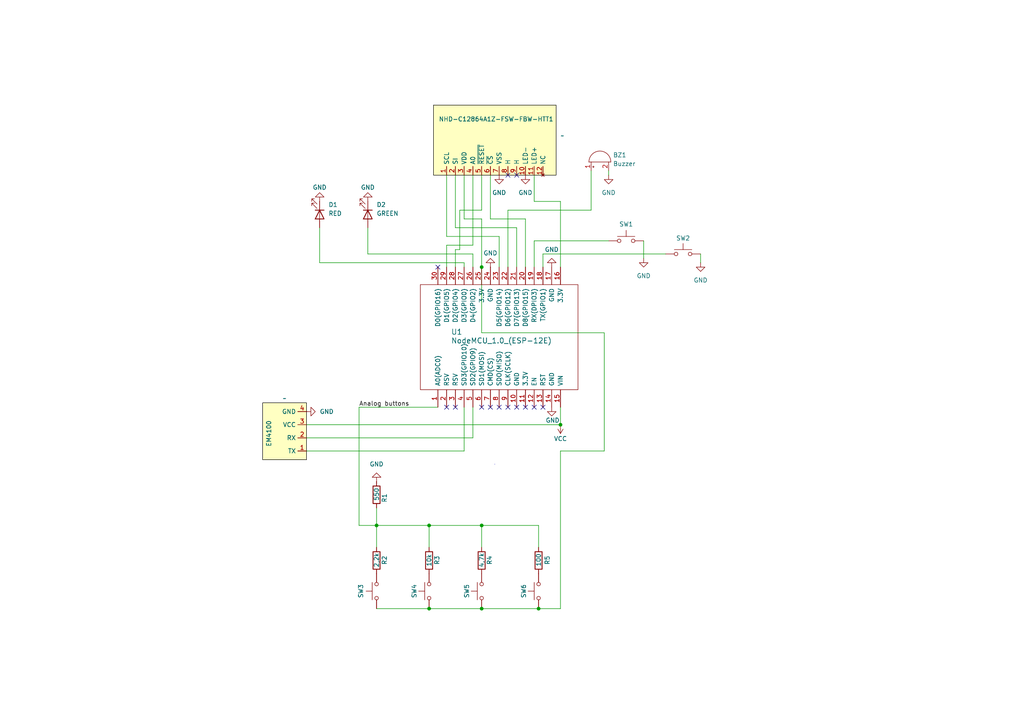
<source format=kicad_sch>
(kicad_sch (version 20231120) (generator "eeschema") (generator_version "8.0")
  (paper "A4")
  (title_block (title "Meeting display") (date "2024-04-22") (rev "0.2") (company "KTH") (comment 2 "gnu.org/licenses/gpl-3.0") (comment 3 "License: GNU v3.0") (comment 4 "Drawn by: Christoffer Franzén"))
  (lib_symbols
    (symbol "Device:Buzzer" (pin_names (offset 0.0254) hide)
      (property "Reference" "BZ" (at 3.81 1.27 0))
      (property "Value" "Buzzer" (at 3.81 -1.27 0))
      (symbol "Buzzer_0_1"
        (arc (start 0 -3.175) (mid 3.1612 0) (end 0 3.175))
        (polyline (pts (xy -1.651 1.905) (xy -1.143 1.905)))
        (polyline (pts (xy -1.397 2.159) (xy -1.397 1.651)))
        (polyline (pts (xy 0 3.175) (xy 0 -3.175)))
      )
      (symbol "Buzzer_1_1"
        (pin passive line (at -2.54 2.54 0) (length 2.54) (name "+") (number "1"))
        (pin passive line (at -2.54 -2.54 0) (length 2.54) (name "-") (number "2"))
      )
    )
    (symbol "Device:LED" (pin_numbers hide) (pin_names (offset 1.016) hide)
      (property "Reference" "D" (at 0 2.54 0))
      (property "Value" "LED" (at 0 -2.54 0))
      (symbol "LED_0_1"
        (polyline (pts (xy -1.27 -1.27) (xy -1.27 1.27)) (stroke (width 0.254)))
        (polyline (pts (xy -1.27 0) (xy 1.27 0)))
        (polyline (pts (xy 1.27 -1.27) (xy 1.27 1.27) (xy -1.27 0) (xy 1.27 -1.27)) (stroke (width 0.254)))
        (polyline (pts (xy -3.048 -0.762) (xy -4.572 -2.286) (xy -3.81 -2.286) (xy -4.572 -2.286) (xy -4.572 -1.524)))
        (polyline (pts (xy -1.778 -0.762) (xy -3.302 -2.286) (xy -2.54 -2.286) (xy -3.302 -2.286) (xy -3.302 -1.524)))
      )
      (symbol "LED_1_1"
        (pin passive line (at -3.81 0 0) (length 2.54) (name "K") (number "1"))
        (pin passive line (at 3.81 0 180) (length 2.54) (name "A") (number "2"))
      )
    )
    (symbol "Device:R" (pin_numbers hide) (pin_names (offset 0))
      (property "Reference" "R" (at 2.032 0 90))
      (property "Value" "R" (at 0 0 90))
      (symbol "R_0_1"
        (rectangle (start -1.016 -2.54) (end 1.016 2.54) (stroke (width 0.254)))
      )
      (symbol "R_1_1"
        (pin passive line (at 0 3.81 270) (length 1.27) (name "~") (number "1"))
        (pin passive line (at 0 -3.81 90) (length 1.27) (name "~") (number "2"))
      )
    )
    (symbol "ESP8266:NodeMCU_1.0_(ESP-12E)" (pin_names (offset 1.016))
      (property "Reference" "U" (at 0 21.59 0))
      (property "Value" "NodeMCU_1.0_(ESP-12E)" (at 0 -21.59 0))
      (symbol "NodeMCU_1.0_(ESP-12E)_0_1"
        (rectangle (start -15.24 -22.86) (end 15.24 22.86))
      )
      (symbol "NodeMCU_1.0_(ESP-12E)_1_1"
        (pin input line (at -20.32 17.78 0) (length 5.08) (name "A0(ADC0)") (number "1"))
        (pin input line (at -20.32 -5.08 0) (length 5.08) (name "GND") (number "10"))
        (pin power_out line (at -20.32 -7.62 0) (length 5.08) (name "3.3V") (number "11"))
        (pin input line (at -20.32 -10.16 0) (length 5.08) (name "EN") (number "12"))
        (pin input line (at -20.32 -12.7 0) (length 5.08) (name "RST") (number "13"))
        (pin power_in line (at -20.32 -15.24 0) (length 5.08) (name "GND") (number "14"))
        (pin power_in line (at -20.32 -17.78 0) (length 5.08) (name "VIN") (number "15"))
        (pin power_out line (at 20.32 -17.78 180) (length 5.08) (name "3.3V") (number "16"))
        (pin power_in line (at 20.32 -15.24 180) (length 5.08) (name "GND") (number "17"))
        (pin bidirectional line (at 20.32 -12.7 180) (length 5.08) (name "TX(GPIO1)") (number "18"))
        (pin bidirectional line (at 20.32 -10.16 180) (length 5.08) (name "RX(DPIO3)") (number "19"))
        (pin input line (at -20.32 15.24 0) (length 5.08) (name "RSV") (number "2"))
        (pin bidirectional line (at 20.32 -7.62 180) (length 5.08) (name "D8(GPIO15)") (number "20"))
        (pin bidirectional line (at 20.32 -5.08 180) (length 5.08) (name "D7(GPIO13)") (number "21"))
        (pin bidirectional line (at 20.32 -2.54 180) (length 5.08) (name "D6(GPIO12)") (number "22"))
        (pin bidirectional line (at 20.32 0 180) (length 5.08) (name "D5(GPIO14)") (number "23"))
        (pin power_in line (at 20.32 2.54 180) (length 5.08) (name "GND") (number "24"))
        (pin power_out line (at 20.32 5.08 180) (length 5.08) (name "3.3V") (number "25"))
        (pin bidirectional line (at 20.32 7.62 180) (length 5.08) (name "D4(GPIO2)") (number "26"))
        (pin bidirectional line (at 20.32 10.16 180) (length 5.08) (name "D3(GPIO0)") (number "27"))
        (pin bidirectional line (at 20.32 12.7 180) (length 5.08) (name "D2(GPIO4)") (number "28"))
        (pin bidirectional line (at 20.32 15.24 180) (length 5.08) (name "D1(GPIO5)") (number "29"))
        (pin input line (at -20.32 12.7 0) (length 5.08) (name "RSV") (number "3"))
        (pin bidirectional line (at 20.32 17.78 180) (length 5.08) (name "D0(GPIO16)") (number "30"))
        (pin bidirectional line (at -20.32 10.16 0) (length 5.08) (name "SD3(GPIO10)") (number "4"))
        (pin bidirectional line (at -20.32 7.62 0) (length 5.08) (name "SD2(GPIO9)") (number "5"))
        (pin bidirectional line (at -20.32 5.08 0) (length 5.08) (name "SD1(MOSI)") (number "6"))
        (pin bidirectional line (at -20.32 2.54 0) (length 5.08) (name "CMD(CS)") (number "7"))
        (pin bidirectional line (at -20.32 0 0) (length 5.08) (name "SDO(MISO)") (number "8"))
        (pin bidirectional line (at -20.32 -2.54 0) (length 5.08) (name "CLK(SCLK)") (number "9"))
      )
    )
    (symbol "NHD_NHD:C12864A1Z-FSW-FBW-HTT"
      (property "Reference" "NHD-C12864A1Z-FSW-FBW-HTT" (at -40.64 73.914 0))
      (symbol "C12864A1Z-FSW-FBW-HTT_1_1"
        (rectangle (start -50.8 71.12) (end -30.48 35.56) (stroke (width 0) (color 0 0 0 1)) (fill (type background)))
        (pin input line (at -50.8 67.31 0) (length 2.54) (name "SCL") (number "1"))
        (pin power_in line (at -50.8 44.45 0) (length 2.54) (name "LED-") (number "10"))
        (pin power_in line (at -50.8 41.91 0) (length 2.54) (name "LED+") (number "11"))
        (pin no_connect line (at -50.8 39.37 0) (length 2.54) (name "NC") (number "12"))
        (pin input line (at -50.8 64.77 0) (length 2.54) (name "SI") (number "2"))
        (pin power_in line (at -50.8 62.23 0) (length 2.54) (name "VDD") (number "3"))
        (pin input line (at -50.8 59.69 0) (length 2.54) (name "A0") (number "4"))
        (pin input line (at -50.8 57.15 0) (length 2.54) (name "~{RESET}") (number "5"))
        (pin input line (at -50.8 54.61 0) (length 2.54) (name "~{CS}") (number "6"))
        (pin power_in line (at -50.8 52.07 0) (length 2.54) (name "VSS") (number "7"))
        (pin power_in line (at -50.8 49.53 0) (length 2.54) (name "H") (number "8"))
        (pin power_in line (at -50.8 46.99 0) (length 2.54) (name "H") (number "9"))
      )
    )
    (symbol "SSG_RFID:125KHz_RFID_Reader_EM4100_Wireless_113020002"
      (property "Reference" "EM4100" (at -0.254 8.89 0))
      (symbol "125KHz_RFID_Reader_EM4100_Wireless_113020002_1_1"
        (rectangle (start -6.35 7.62) (end 6.35 -8.89) (stroke (width 0) (color 0 0 0 1)) (fill (type background)))
        (pin input line (at -6.35 5.08 0) (length 2.54) (name "TX") (number "1"))
        (pin input line (at -6.35 1.27 0) (length 2.54) (name "RX") (number "2"))
        (pin power_in line (at -6.35 -2.54 0) (length 2.54) (name "VCC") (number "3"))
        (pin power_in line (at -6.35 -6.35 0) (length 2.54) (name "GND") (number "4"))
      )
    )
    (symbol "Switch:SW_Push" (pin_numbers hide) (pin_names (offset 1.016) hide)
      (property "Reference" "SW" (at 1.27 2.54 0))
      (property "Value" "SW_Push" (at 0 -1.524 0))
      (symbol "SW_Push_0_1"
        (circle (center -2.032 0) (radius 0.508))
        (polyline (pts (xy 0 1.27) (xy 0 3.048)))
        (polyline (pts (xy 2.54 1.27) (xy -2.54 1.27)))
        (circle (center 2.032 0) (radius 0.508))
        (pin passive line (at -5.08 0 0) (length 2.54) (name "1") (number "1"))
        (pin passive line (at 5.08 0 180) (length 2.54) (name "2") (number "2"))
      )
    )
    (symbol "power:GND" (power) (pin_numbers hide) (pin_names (offset 0) hide)
      (property "Value" "GND" (at 0 -3.81 0))
      (symbol "GND_0_1"
        (polyline (pts (xy 0 0) (xy 0 -1.27) (xy 1.27 -1.27) (xy 0 -2.54) (xy -1.27 -1.27) (xy 0 -1.27)))
      )
      (symbol "GND_1_1"
        (pin power_in line (at 0 0 270) (length 0) (name "~") (number "1"))
      )
    )
    (symbol "power:VCC" (power) (pin_numbers hide) (pin_names (offset 0) hide)
      (property "Value" "VCC" (at 0 3.556 0))
      (symbol "VCC_0_1"
        (polyline (pts (xy -0.762 1.27) (xy 0 2.54)))
        (polyline (pts (xy 0 0) (xy 0 2.54)))
        (polyline (pts (xy 0 2.54) (xy 0.762 1.27)))
      )
      (symbol "VCC_1_1"
        (pin power_in line (at 0 0 90) (length 0) (name "~") (number "1"))
      )
    )
  )
  (junction (at 139.7 152.4))
  (junction (at 124.46 176.53))
  (junction (at 124.46 152.4))
  (junction (at 139.7 176.53))
  (junction (at 156.21 176.53))
  (junction (at 139.7 77.47))
  (junction (at 109.22 152.4))
  (junction (at 162.56 123.19))
  (no_connect (at 154.94 118.11))
  (no_connect (at 152.4 118.11))
  (no_connect (at 147.32 118.11))
  (no_connect (at 127 77.47))
  (no_connect (at 149.86 118.11))
  (no_connect (at 142.24 118.11))
  (no_connect (at 149.86 50.8))
  (no_connect (at 147.32 50.8))
  (no_connect (at 139.7 118.11))
  (no_connect (at 157.48 118.11))
  (no_connect (at 132.08 118.11))
  (no_connect (at 144.78 118.11))
  (no_connect (at 129.54 118.11))
  (wire (pts (xy 162.56 58.42) (xy 154.94 58.42)))
  (wire (pts (xy 106.68 73.66) (xy 137.16 73.66)))
  (wire (pts (xy 162.56 77.47) (xy 162.56 58.42)))
  (wire (pts (xy 156.21 176.53) (xy 162.56 176.53)))
  (wire (pts (xy 134.62 130.81) (xy 88.9 130.81)))
  (wire (pts (xy 142.24 50.8) (xy 142.24 63.5)))
  (wire (pts (xy 149.86 66.04) (xy 149.86 77.47)))
  (wire (pts (xy 133.35 72.39) (xy 132.08 72.39)))
  (wire (pts (xy 154.94 58.42) (xy 154.94 50.8)))
  (wire (pts (xy 147.32 60.96) (xy 171.45 60.96)))
  (wire (pts (xy 162.56 130.81) (xy 175.26 130.81)))
  (wire (pts (xy 134.62 76.2) (xy 92.71 76.2)))
  (wire (pts (xy 137.16 127) (xy 88.9 127)))
  (wire (pts (xy 124.46 176.53) (xy 139.7 176.53)))
  (wire (pts (xy 104.14 152.4) (xy 109.22 152.4)))
  (wire (pts (xy 139.7 63.5) (xy 134.62 63.5)))
  (wire (pts (xy 144.78 68.58) (xy 144.78 77.47)))
  (wire (pts (xy 162.56 123.19) (xy 162.56 118.11)))
  (wire (pts (xy 129.54 71.12) (xy 129.54 77.47)))
  (wire (pts (xy 171.45 60.96) (xy 171.45 49.53)))
  (wire (pts (xy 139.7 50.8) (xy 139.7 60.96)))
  (wire (pts (xy 129.54 50.8) (xy 129.54 68.58)))
  (wire (pts (xy 137.16 73.66) (xy 137.16 77.47)))
  (wire (pts (xy 154.94 77.47) (xy 154.94 69.85)))
  (wire (pts (xy 92.71 76.2) (xy 92.71 66.04)))
  (wire (pts (xy 139.7 152.4) (xy 139.7 158.75)))
  (wire (pts (xy 139.7 60.96) (xy 133.35 60.96)))
  (wire (pts (xy 106.68 66.04) (xy 106.68 73.66)))
  (wire (pts (xy 133.35 60.96) (xy 133.35 72.39)))
  (wire (pts (xy 109.22 152.4) (xy 109.22 158.75)))
  (wire (pts (xy 109.22 147.32) (xy 109.22 152.4)))
  (wire (pts (xy 176.53 49.53) (xy 176.53 50.8)))
  (wire (pts (xy 156.21 152.4) (xy 156.21 158.75)))
  (wire (pts (xy 109.22 152.4) (xy 124.46 152.4)))
  (wire (pts (xy 157.48 73.66) (xy 193.04 73.66)))
  (wire (pts (xy 134.62 50.8) (xy 134.62 63.5)))
  (wire (pts (xy 142.24 63.5) (xy 152.4 63.5)))
  (wire (pts (xy 203.2 73.66) (xy 203.2 76.2)))
  (wire (pts (xy 139.7 96.52) (xy 139.7 77.47)))
  (wire (pts (xy 129.54 68.58) (xy 144.78 68.58)))
  (wire (pts (xy 124.46 152.4) (xy 124.46 158.75)))
  (wire (pts (xy 175.26 96.52) (xy 139.7 96.52)))
  (wire (pts (xy 134.62 77.47) (xy 134.62 76.2)))
  (wire (pts (xy 137.16 71.12) (xy 129.54 71.12)))
  (wire (pts (xy 127 118.11) (xy 104.14 118.11)))
  (wire (pts (xy 134.62 118.11) (xy 134.62 130.81)))
  (wire (pts (xy 132.08 50.8) (xy 132.08 66.04)))
  (wire (pts (xy 104.14 118.11) (xy 104.14 152.4)))
  (wire (pts (xy 154.94 69.85) (xy 176.53 69.85)))
  (wire (pts (xy 132.08 66.04) (xy 149.86 66.04)))
  (wire (pts (xy 162.56 176.53) (xy 162.56 130.81)))
  (wire (pts (xy 147.32 77.47) (xy 147.32 60.96)))
  (wire (pts (xy 162.56 123.19) (xy 88.9 123.19)))
  (wire (pts (xy 124.46 152.4) (xy 139.7 152.4)))
  (wire (pts (xy 152.4 63.5) (xy 152.4 77.47)))
  (wire (pts (xy 186.69 69.85) (xy 186.69 74.93)))
  (wire (pts (xy 139.7 152.4) (xy 156.21 152.4)))
  (wire (pts (xy 109.22 176.53) (xy 124.46 176.53)))
  (wire (pts (xy 157.48 77.47) (xy 157.48 73.66)))
  (wire (pts (xy 175.26 130.81) (xy 175.26 96.52)))
  (wire (pts (xy 139.7 77.47) (xy 139.7 63.5)))
  (wire (pts (xy 137.16 50.8) (xy 137.16 71.12)))
  (wire (pts (xy 132.08 72.39) (xy 132.08 77.47)))
  (wire (pts (xy 139.7 176.53) (xy 156.21 176.53)))
  (wire (pts (xy 137.16 118.11) (xy 137.16 127)))
  (rectangle (start 143.51 134.62) (end 143.51 134.62))
  (label "Analog buttons" (at 104.14 118.11 0))
  (symbol (lib_id "Device:LED") (at 92.71 62.23 270) (unit 1)
    (property "Reference" "D1" (at 95.25 59.3724 90) (effects (justify left)))
    (property "Value" "RED" (at 95.25 61.9124 90) (effects (justify left)))
    (property "Footprint" "LED_THT:LED_D5.0mm" (effects (hide yes)))
    (property "Description" "Light emitting diode" (effects (hide yes)))
  )
  (symbol (lib_id "power:GND") (at 92.71 58.42 180) (unit 1)
    (property "Reference" "#PWR011" (effects (hide yes)))
    (property "Value" "GND" (at 92.71 54.356 0))
    (property "Description" "Power symbol creates a global label with name \"GND\" , ground" (effects (hide yes)))
  )
  (symbol (lib_id "Device:R") (at 109.22 162.56 0) (unit 1)
    (property "Reference" "R2" (at 111.506 163.83 90) (effects (justify left)))
    (property "Value" "2,2k" (at 109.22 164.592 90) (effects (justify left)))
    (property "Footprint" "Resistor_SMD:R_1206_3216Metric_Pad1.30x1.75mm_HandSolder" (effects (hide yes)))
    (property "Description" "Resistor" (effects (hide yes)))
  )
  (symbol (lib_id "Switch:SW_Push") (at 181.61 69.85 0) (unit 1)
    (property "Reference" "SW1" (at 181.61 65.024 0))
    (property "Value" "SW_Push" (effects (hide yes)))
    (property "Footprint" "Custom:SW_BUTT-2" (effects (hide yes)))
    (property "Description" "Push button switch, generic, two pins" (effects (hide yes)))
  )
  (symbol (lib_id "Device:R") (at 124.46 162.56 0) (unit 1)
    (property "Reference" "R3" (at 126.746 163.83 90) (effects (justify left)))
    (property "Value" "10k" (at 124.46 164.338 90) (effects (justify left)))
    (property "Footprint" "Resistor_SMD:R_1206_3216Metric_Pad1.30x1.75mm_HandSolder" (effects (hide yes)))
    (property "Description" "Resistor" (effects (hide yes)))
  )
  (symbol (lib_id "power:GND") (at 203.2 76.2 0) (unit 1)
    (property "Reference" "#PWR013" (effects (hide yes)))
    (property "Value" "GND" (at 203.2 81.28 0))
    (property "Description" "Power symbol creates a global label with name \"GND\" , ground" (effects (hide yes)))
  )
  (symbol (lib_id "NHD_NHD:C12864A1Z-FSW-FBW-HTT") (at 196.85 0 90) (unit 1)
    (property "Reference" "NHD-C12864A1Z-FSW-FBW-HTT1" (at 127.254 34.544 90) (effects (justify right)))
    (property "Value" "~" (at 162.56 39.37 90) (effects (justify right)))
    (property "Footprint" "Custom:NHD" (effects (hide yes)))
  )
  (symbol (lib_id "Switch:SW_Push") (at 156.21 171.45 90) (unit 1)
    (property "Reference" "SW6" (at 151.892 171.45 0))
    (property "Value" "SW_Push" (effects (hide yes)))
    (property "Footprint" "Custom:SW_BUTT-2" (effects (hide yes)))
    (property "Description" "Push button switch, generic, two pins" (effects (hide yes)))
  )
  (symbol (lib_id "power:GND") (at 88.9 119.38 90) (unit 1)
    (property "Reference" "#PWR06" (effects (hide yes)))
    (property "Value" "GND" (at 92.71 119.3799 90) (effects (justify right)))
    (property "Description" "Power symbol creates a global label with name \"GND\" , ground" (effects (hide yes)))
  )
  (symbol (lib_id "Switch:SW_Push") (at 198.12 73.66 0) (unit 1)
    (property "Reference" "SW2" (at 198.12 69.088 0))
    (property "Value" "SW_Push" (effects (hide yes)))
    (property "Footprint" "Custom:SW_BUTT-2" (effects (hide yes)))
    (property "Description" "Push button switch, generic, two pins" (effects (hide yes)))
  )
  (symbol (lib_id "Device:R") (at 156.21 162.56 0) (unit 1)
    (property "Reference" "R5" (at 158.75 163.83 90) (effects (justify left)))
    (property "Value" "100" (at 156.21 164.338 90) (effects (justify left)))
    (property "Footprint" "Resistor_SMD:R_1206_3216Metric_Pad1.30x1.75mm_HandSolder" (effects (hide yes)))
    (property "Description" "Resistor" (effects (hide yes)))
  )
  (symbol (lib_id "power:GND") (at 142.24 77.47 180) (unit 1)
    (property "Reference" "#PWR03" (effects (hide yes)))
    (property "Value" "GND" (at 142.24 73.406 0))
    (property "Description" "Power symbol creates a global label with name \"GND\" , ground" (effects (hide yes)))
  )
  (symbol (lib_id "Device:R") (at 139.7 162.56 0) (unit 1)
    (property "Reference" "R4" (at 141.986 163.83 90) (effects (justify left)))
    (property "Value" "4,7k" (at 139.7 164.592 90) (effects (justify left)))
    (property "Footprint" "Resistor_SMD:R_1206_3216Metric_Pad1.30x1.75mm_HandSolder" (effects (hide yes)))
    (property "Description" "Resistor" (effects (hide yes)))
  )
  (symbol (lib_id "power:GND") (at 152.4 50.8 0) (unit 1)
    (property "Reference" "#PWR05" (effects (hide yes)))
    (property "Value" "GND" (at 152.4 55.88 0))
    (property "Description" "Power symbol creates a global label with name \"GND\" , ground" (effects (hide yes)))
  )
  (symbol (lib_id "Switch:SW_Push") (at 139.7 171.45 90) (unit 1)
    (property "Reference" "SW5" (at 135.382 171.45 0))
    (property "Value" "SW_Push" (effects (hide yes)))
    (property "Footprint" "Custom:SW_BUTT-2" (effects (hide yes)))
    (property "Description" "Push button switch, generic, two pins" (effects (hide yes)))
  )
  (symbol (lib_id "power:GND") (at 176.53 50.8 0) (unit 1)
    (property "Reference" "#PWR016" (effects (hide yes)))
    (property "Value" "GND" (at 176.53 55.88 0))
    (property "Description" "Power symbol creates a global label with name \"GND\" , ground" (effects (hide yes)))
  )
  (symbol (lib_id "Switch:SW_Push") (at 124.46 171.45 90) (unit 1)
    (property "Reference" "SW4" (at 120.142 171.45 0))
    (property "Value" "SW_Push" (effects (hide yes)))
    (property "Footprint" "Custom:SW_BUTT-2" (effects (hide yes)))
    (property "Description" "Push button switch, generic, two pins" (effects (hide yes)))
  )
  (symbol (lib_id "Device:Buzzer") (at 173.99 46.99 90) (unit 1)
    (property "Reference" "BZ1" (at 177.8 44.9648 90) (effects (justify right)))
    (property "Value" "Buzzer" (at 177.8 47.5048 90) (effects (justify right)))
    (property "Footprint" "Buzzer_Beeper:Buzzer_12x9.5RM7.6" (effects (hide yes)))
    (property "Description" "Buzzer, polarized" (effects (hide yes)))
  )
  (symbol (lib_id "power:GND") (at 160.02 77.47 180) (unit 1)
    (property "Reference" "#PWR02" (effects (hide yes)))
    (property "Value" "GND" (at 160.02 72.39 0))
    (property "Description" "Power symbol creates a global label with name \"GND\" , ground" (effects (hide yes)))
  )
  (symbol (lib_id "power:GND") (at 160.02 118.11 0) (unit 1)
    (property "Reference" "#PWR01" (effects (hide yes)))
    (property "Value" "GND" (at 160.274 121.92 0))
    (property "Description" "Power symbol creates a global label with name \"GND\" , ground" (effects (hide yes)))
  )
  (symbol (lib_id "power:VCC") (at 162.56 123.19 180) (unit 1)
    (property "Reference" "#PWR015" (effects (hide yes)))
    (property "Value" "VCC" (at 162.56 127.254 0))
    (property "Description" "Power symbol creates a global label with name \"VCC\"" (effects (hide yes)))
  )
  (symbol (lib_id "Switch:SW_Push") (at 109.22 171.45 90) (unit 1)
    (property "Reference" "SW3" (at 104.648 171.45 0))
    (property "Value" "SW_Push" (effects (hide yes)))
    (property "Footprint" "Custom:SW_BUTT-2" (effects (hide yes)))
    (property "Description" "Push button switch, generic, two pins" (effects (hide yes)))
  )
  (symbol (lib_id "Device:R") (at 109.22 143.51 0) (unit 1)
    (property "Reference" "R1" (at 111.506 145.796 90) (effects (justify left)))
    (property "Value" "550" (at 109.22 145.288 90) (effects (justify left)))
    (property "Footprint" "Resistor_SMD:R_1206_3216Metric_Pad1.30x1.75mm_HandSolder" (effects (hide yes)))
    (property "Description" "Resistor" (effects (hide yes)))
  )
  (symbol (lib_id "power:GND") (at 106.68 58.42 180) (unit 1)
    (property "Reference" "#PWR012" (effects (hide yes)))
    (property "Value" "GND" (at 106.68 54.356 0))
    (property "Description" "Power symbol creates a global label with name \"GND\" , ground" (effects (hide yes)))
  )
  (symbol (lib_id "SSG_RFID:125KHz_RFID_Reader_EM4100_Wireless_113020002") (at 82.55 125.73 180) (unit 1)
    (property "Reference" "EM4100" (at 77.978 125.73 90))
    (property "Value" "~" (at 82.55 115.57 0))
    (property "Footprint" "Connector:NS-Tech_Grove_1x04_P2mm_Vertical" (effects (hide yes)))
    (property "Description" "10mm lenght, 5mm width -connection. Height 8mm" (effects (hide yes)))
  )
  (symbol (lib_id "ESP8266:NodeMCU_1.0_(ESP-12E)") (at 144.78 97.79 90) (unit 1)
    (property "Reference" "U1" (at 130.81 96.266 90) (effects (font (size 1.524 1.524)) (justify right)))
    (property "Value" "NodeMCU_1.0_(ESP-12E)" (at 130.81 98.806 90) (effects (font (size 1.524 1.524)) (justify right)))
    (property "Footprint" "Custom:NodeMCU" (effects (hide yes)))
  )
  (symbol (lib_id "Device:LED") (at 106.68 62.23 270) (unit 1)
    (property "Reference" "D2" (at 109.22 59.3724 90) (effects (justify left)))
    (property "Value" "GREEN" (at 109.22 61.9124 90) (effects (justify left)))
    (property "Footprint" "LED_THT:LED_D5.0mm" (effects (hide yes)))
    (property "Description" "Light emitting diode" (effects (hide yes)))
  )
  (symbol (lib_id "power:GND") (at 109.22 139.7 180) (unit 1)
    (property "Reference" "#PWR07" (effects (hide yes)))
    (property "Value" "GND" (at 109.22 134.62 0))
    (property "Description" "Power symbol creates a global label with name \"GND\" , ground" (effects (hide yes)))
  )
  (symbol (lib_id "power:GND") (at 186.69 74.93 0) (unit 1)
    (property "Reference" "#PWR014" (effects (hide yes)))
    (property "Value" "GND" (at 186.69 80.01 0))
    (property "Description" "Power symbol creates a global label with name \"GND\" , ground" (effects (hide yes)))
  )
  (symbol (lib_id "power:GND") (at 144.78 50.8 0) (unit 1)
    (property "Reference" "#PWR04" (effects (hide yes)))
    (property "Value" "GND" (at 144.78 55.88 0))
    (property "Description" "Power symbol creates a global label with name \"GND\" , ground" (effects (hide yes)))
  )
)
</source>
